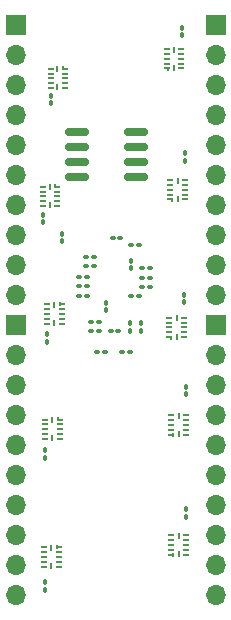
<source format=gbr>
%TF.GenerationSoftware,KiCad,Pcbnew,8.0.1*%
%TF.CreationDate,2024-10-17T14:11:07-05:00*%
%TF.ProjectId,sip-board,7369702d-626f-4617-9264-2e6b69636164,rev?*%
%TF.SameCoordinates,Original*%
%TF.FileFunction,Soldermask,Bot*%
%TF.FilePolarity,Negative*%
%FSLAX46Y46*%
G04 Gerber Fmt 4.6, Leading zero omitted, Abs format (unit mm)*
G04 Created by KiCad (PCBNEW 8.0.1) date 2024-10-17 14:11:07*
%MOMM*%
%LPD*%
G01*
G04 APERTURE LIST*
G04 Aperture macros list*
%AMRoundRect*
0 Rectangle with rounded corners*
0 $1 Rounding radius*
0 $2 $3 $4 $5 $6 $7 $8 $9 X,Y pos of 4 corners*
0 Add a 4 corners polygon primitive as box body*
4,1,4,$2,$3,$4,$5,$6,$7,$8,$9,$2,$3,0*
0 Add four circle primitives for the rounded corners*
1,1,$1+$1,$2,$3*
1,1,$1+$1,$4,$5*
1,1,$1+$1,$6,$7*
1,1,$1+$1,$8,$9*
0 Add four rect primitives between the rounded corners*
20,1,$1+$1,$2,$3,$4,$5,0*
20,1,$1+$1,$4,$5,$6,$7,0*
20,1,$1+$1,$6,$7,$8,$9,0*
20,1,$1+$1,$8,$9,$2,$3,0*%
G04 Aperture macros list end*
%ADD10R,1.700000X1.700000*%
%ADD11O,1.700000X1.700000*%
%ADD12RoundRect,0.100000X-0.100000X0.130000X-0.100000X-0.130000X0.100000X-0.130000X0.100000X0.130000X0*%
%ADD13RoundRect,0.100000X0.100000X-0.130000X0.100000X0.130000X-0.100000X0.130000X-0.100000X-0.130000X0*%
%ADD14RoundRect,0.100000X-0.130000X-0.100000X0.130000X-0.100000X0.130000X0.100000X-0.130000X0.100000X0*%
%ADD15RoundRect,0.100000X0.130000X0.100000X-0.130000X0.100000X-0.130000X-0.100000X0.130000X-0.100000X0*%
%ADD16R,0.500000X0.200000*%
%ADD17R,0.199200X0.303200*%
%ADD18R,0.252400X0.500000*%
%ADD19RoundRect,0.150000X0.825000X0.150000X-0.825000X0.150000X-0.825000X-0.150000X0.825000X-0.150000X0*%
G04 APERTURE END LIST*
D10*
%TO.C,J5*%
X153970000Y-104800000D03*
D11*
X153970000Y-107340000D03*
X153970000Y-109880000D03*
X153970000Y-112420000D03*
X153970000Y-114960000D03*
X153970000Y-117500000D03*
X153970000Y-120040000D03*
X153970000Y-122580000D03*
X153970000Y-125120000D03*
X153970000Y-127660000D03*
%TD*%
D10*
%TO.C,J3*%
X137000000Y-104840000D03*
D11*
X137000000Y-107380000D03*
X137000000Y-109920000D03*
X137000000Y-112460000D03*
X137000000Y-115000000D03*
X137000000Y-117540000D03*
X137000000Y-120080000D03*
X137000000Y-122620000D03*
X137000000Y-125160000D03*
X137000000Y-127700000D03*
%TD*%
D10*
%TO.C,J2*%
X137000000Y-79405000D03*
D11*
X137000000Y-81945000D03*
X137000000Y-84485000D03*
X137000000Y-87025000D03*
X137000000Y-89565000D03*
X137000000Y-92105000D03*
X137000000Y-94645000D03*
X137000000Y-97185000D03*
X137000000Y-99725000D03*
X137000000Y-102265000D03*
%TD*%
D10*
%TO.C,J4*%
X153940000Y-79400000D03*
D11*
X153940000Y-81940000D03*
X153940000Y-84480000D03*
X153940000Y-87020000D03*
X153940000Y-89560000D03*
X153940000Y-92100000D03*
X153940000Y-94640000D03*
X153940000Y-97180000D03*
X153940000Y-99720000D03*
X153940000Y-102260000D03*
%TD*%
D12*
%TO.C,R13*%
X151390000Y-120415000D03*
X151390000Y-121055000D03*
%TD*%
D13*
%TO.C,R4*%
X139990000Y-86035000D03*
X139990000Y-85395000D03*
%TD*%
D14*
%TO.C,C21*%
X147710000Y-100820000D03*
X148350000Y-100820000D03*
%TD*%
D13*
%TO.C,R7*%
X139530000Y-116050000D03*
X139530000Y-115410000D03*
%TD*%
D15*
%TO.C,C32*%
X143050000Y-101560000D03*
X142410000Y-101560000D03*
%TD*%
D12*
%TO.C,C9*%
X144640000Y-102920000D03*
X144640000Y-103560000D03*
%TD*%
D15*
%TO.C,C8*%
X144065000Y-104570000D03*
X143425000Y-104570000D03*
%TD*%
D16*
%TO.C,U11*%
X150117000Y-94185400D03*
D17*
X150267400Y-94237000D03*
D16*
X150117000Y-93779000D03*
X150117000Y-93372600D03*
X150117000Y-92966200D03*
X150117000Y-92559800D03*
D18*
X150750800Y-92610600D03*
D16*
X151334200Y-92559800D03*
X151334200Y-92966200D03*
X151334200Y-93372600D03*
X151334200Y-93779000D03*
X151334200Y-94185400D03*
D18*
X150750000Y-94160000D03*
%TD*%
D14*
%TO.C,C13*%
X146050000Y-107070000D03*
X146690000Y-107070000D03*
%TD*%
D16*
%TO.C,U12*%
X150033550Y-105838200D03*
D17*
X150183950Y-105889800D03*
D16*
X150033550Y-105431800D03*
X150033550Y-105025400D03*
X150033550Y-104619000D03*
X150033550Y-104212600D03*
D18*
X150667350Y-104263400D03*
D16*
X151250750Y-104212600D03*
X151250750Y-104619000D03*
X151250750Y-105025400D03*
X151250750Y-105431800D03*
X151250750Y-105838200D03*
D18*
X150666550Y-105812800D03*
%TD*%
D15*
%TO.C,C7*%
X144050000Y-105350000D03*
X143410000Y-105350000D03*
%TD*%
D16*
%TO.C,U6*%
X140516450Y-93121800D03*
D17*
X140366050Y-93070200D03*
D16*
X140516450Y-93528200D03*
X140516450Y-93934600D03*
X140516450Y-94341000D03*
X140516450Y-94747400D03*
D18*
X139882650Y-94696600D03*
D16*
X139299250Y-94747400D03*
X139299250Y-94341000D03*
X139299250Y-93934600D03*
X139299250Y-93528200D03*
X139299250Y-93121800D03*
D18*
X139883450Y-93147200D03*
%TD*%
D13*
%TO.C,C25*%
X146770000Y-100020000D03*
X146770000Y-99380000D03*
%TD*%
D14*
%TO.C,C20*%
X147710000Y-101590000D03*
X148350000Y-101590000D03*
%TD*%
D12*
%TO.C,C14*%
X140930000Y-97080000D03*
X140930000Y-97720000D03*
%TD*%
D16*
%TO.C,U7*%
X140910000Y-103074400D03*
D17*
X140759600Y-103022800D03*
D16*
X140910000Y-103480800D03*
X140910000Y-103887200D03*
X140910000Y-104293600D03*
X140910000Y-104700000D03*
D18*
X140276200Y-104649200D03*
D16*
X139692800Y-104700000D03*
X139692800Y-104293600D03*
X139692800Y-103887200D03*
X139692800Y-103480800D03*
X139692800Y-103074400D03*
D18*
X140277000Y-103099800D03*
%TD*%
D12*
%TO.C,C34*%
X146680000Y-104680000D03*
X146680000Y-105320000D03*
%TD*%
D19*
%TO.C,U4*%
X147165000Y-88490000D03*
X147165000Y-89760000D03*
X147165000Y-91030000D03*
X147165000Y-92300000D03*
X142215000Y-92300000D03*
X142215000Y-91030000D03*
X142215000Y-89760000D03*
X142215000Y-88490000D03*
%TD*%
D13*
%TO.C,R6*%
X139700000Y-106250000D03*
X139700000Y-105610000D03*
%TD*%
D16*
%TO.C,U13*%
X150183550Y-114108200D03*
D17*
X150333950Y-114159800D03*
D16*
X150183550Y-113701800D03*
X150183550Y-113295400D03*
X150183550Y-112889000D03*
X150183550Y-112482600D03*
D18*
X150817350Y-112533400D03*
D16*
X151400750Y-112482600D03*
X151400750Y-112889000D03*
X151400750Y-113295400D03*
X151400750Y-113701800D03*
X151400750Y-114108200D03*
D18*
X150816550Y-114082800D03*
%TD*%
D16*
%TO.C,U9*%
X140666450Y-123661800D03*
D17*
X140516050Y-123610200D03*
D16*
X140666450Y-124068200D03*
X140666450Y-124474600D03*
X140666450Y-124881000D03*
X140666450Y-125287400D03*
D18*
X140032650Y-125236600D03*
D16*
X139449250Y-125287400D03*
X139449250Y-124881000D03*
X139449250Y-124474600D03*
X139449250Y-124068200D03*
X139449250Y-123661800D03*
D18*
X140033450Y-123687200D03*
%TD*%
D16*
%TO.C,U10*%
X149793550Y-83098200D03*
D17*
X149943950Y-83149800D03*
D16*
X149793550Y-82691800D03*
X149793550Y-82285400D03*
X149793550Y-81879000D03*
X149793550Y-81472600D03*
D18*
X150427350Y-81523400D03*
D16*
X151010750Y-81472600D03*
X151010750Y-81879000D03*
X151010750Y-82285400D03*
X151010750Y-82691800D03*
X151010750Y-83098200D03*
D18*
X150426550Y-83072800D03*
%TD*%
D16*
%TO.C,U5*%
X141180800Y-83125600D03*
D17*
X141030400Y-83074000D03*
D16*
X141180800Y-83532000D03*
X141180800Y-83938400D03*
X141180800Y-84344800D03*
X141180800Y-84751200D03*
D18*
X140547000Y-84700400D03*
D16*
X139963600Y-84751200D03*
X139963600Y-84344800D03*
X139963600Y-83938400D03*
X139963600Y-83532000D03*
X139963600Y-83125600D03*
D18*
X140547800Y-83151000D03*
%TD*%
D12*
%TO.C,R9*%
X151070000Y-79645000D03*
X151070000Y-80285000D03*
%TD*%
%TO.C,R10*%
X151350000Y-90265000D03*
X151350000Y-90905000D03*
%TD*%
D15*
%TO.C,C10*%
X144550000Y-107070000D03*
X143910000Y-107070000D03*
%TD*%
%TO.C,C28*%
X143620000Y-99840000D03*
X142980000Y-99840000D03*
%TD*%
D16*
%TO.C,U8*%
X140746450Y-112841800D03*
D17*
X140596050Y-112790200D03*
D16*
X140746450Y-113248200D03*
X140746450Y-113654600D03*
X140746450Y-114061000D03*
X140746450Y-114467400D03*
D18*
X140112650Y-114416600D03*
D16*
X139529250Y-114467400D03*
X139529250Y-114061000D03*
X139529250Y-113654600D03*
X139529250Y-113248200D03*
X139529250Y-112841800D03*
D18*
X140113450Y-112867200D03*
%TD*%
D15*
%TO.C,C30*%
X143620000Y-99040000D03*
X142980000Y-99040000D03*
%TD*%
D13*
%TO.C,R8*%
X139480000Y-127220000D03*
X139480000Y-126580000D03*
%TD*%
D16*
%TO.C,U14*%
X150183550Y-124268200D03*
D17*
X150333950Y-124319800D03*
D16*
X150183550Y-123861800D03*
X150183550Y-123455400D03*
X150183550Y-123049000D03*
X150183550Y-122642600D03*
D18*
X150817350Y-122693400D03*
D16*
X151400750Y-122642600D03*
X151400750Y-123049000D03*
X151400750Y-123455400D03*
X151400750Y-123861800D03*
X151400750Y-124268200D03*
D18*
X150816550Y-124242800D03*
%TD*%
D15*
%TO.C,C31*%
X143045000Y-102350000D03*
X142405000Y-102350000D03*
%TD*%
D13*
%TO.C,R5*%
X139300000Y-96125000D03*
X139300000Y-95485000D03*
%TD*%
D14*
%TO.C,C24*%
X145225000Y-97460000D03*
X145865000Y-97460000D03*
%TD*%
D12*
%TO.C,R11*%
X151280000Y-102265000D03*
X151280000Y-102905000D03*
%TD*%
D14*
%TO.C,C12*%
X146800000Y-102350000D03*
X147440000Y-102350000D03*
%TD*%
%TO.C,C22*%
X147720000Y-100030000D03*
X148360000Y-100030000D03*
%TD*%
D12*
%TO.C,C15*%
X147600000Y-104680000D03*
X147600000Y-105320000D03*
%TD*%
D15*
%TO.C,C33*%
X143050000Y-100780000D03*
X142410000Y-100780000D03*
%TD*%
%TO.C,C35*%
X147420000Y-98050000D03*
X146780000Y-98050000D03*
%TD*%
D14*
%TO.C,C23*%
X145040000Y-105370000D03*
X145680000Y-105370000D03*
%TD*%
D12*
%TO.C,R12*%
X151390000Y-110050000D03*
X151390000Y-110690000D03*
%TD*%
M02*

</source>
